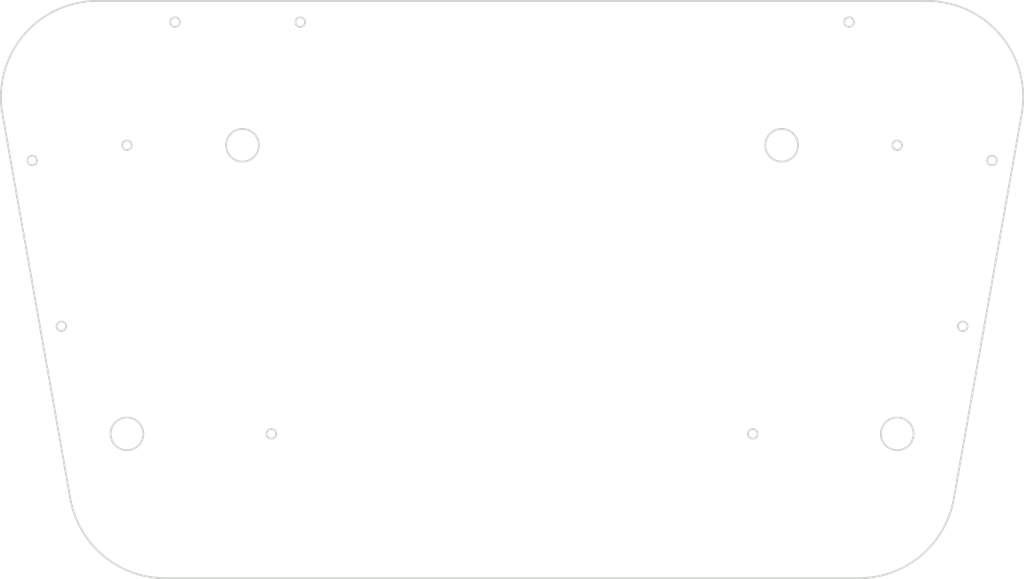
<source format=kicad_pcb>
(kicad_pcb (version 20221018) (generator pcbnew)

  (general
    (thickness 1.6062)
  )

  (paper "USLedger")
  (layers
    (0 "F.Cu" mixed "GND_1")
    (1 "In1.Cu" mixed "SIG.PWR_1")
    (2 "In2.Cu" mixed "GND_2")
    (31 "B.Cu" mixed "SIG.PWR_2")
    (32 "B.Adhes" user "B.Adhesive")
    (33 "F.Adhes" user "F.Adhesive")
    (34 "B.Paste" user)
    (35 "F.Paste" user)
    (36 "B.SilkS" user "B.Silkscreen")
    (37 "F.SilkS" user "F.Silkscreen")
    (38 "B.Mask" user)
    (39 "F.Mask" user)
    (40 "Dwgs.User" user "User.Drawings")
    (41 "Cmts.User" user "User.Comments")
    (42 "Eco1.User" user "User.Eco1")
    (43 "Eco2.User" user "User.Eco2")
    (44 "Edge.Cuts" user)
    (45 "Margin" user)
    (46 "B.CrtYd" user "B.Courtyard")
    (47 "F.CrtYd" user "F.Courtyard")
    (48 "B.Fab" user)
    (49 "F.Fab" user)
  )

  (setup
    (stackup
      (layer "F.SilkS" (type "Top Silk Screen") (color "White"))
      (layer "F.Paste" (type "Top Solder Paste"))
      (layer "F.Mask" (type "Top Solder Mask") (color "Black") (thickness 0.01))
      (layer "F.Cu" (type "copper") (thickness 0.035))
      (layer "dielectric 1" (type "prepreg") (thickness 0.2104) (material "FR4") (epsilon_r 4.6) (loss_tangent 0.02))
      (layer "In1.Cu" (type "copper") (thickness 0.0152))
      (layer "dielectric 2" (type "core") (thickness 1.065) (material "FR4") (epsilon_r 4.6) (loss_tangent 0.02))
      (layer "In2.Cu" (type "copper") (thickness 0.0152))
      (layer "dielectric 3" (type "prepreg") (thickness 0.2104) (material "FR4") (epsilon_r 4.6) (loss_tangent 0.02))
      (layer "B.Cu" (type "copper") (thickness 0.035))
      (layer "B.Mask" (type "Bottom Solder Mask") (color "Black") (thickness 0.01))
      (layer "B.Paste" (type "Bottom Solder Paste"))
      (layer "B.SilkS" (type "Bottom Silk Screen") (color "White"))
      (copper_finish "HAL lead-free")
      (dielectric_constraints yes)
    )
    (pad_to_mask_clearance 0.05)
    (aux_axis_origin 150 165)
    (pcbplotparams
      (layerselection 0x00010fc_ffffffff)
      (plot_on_all_layers_selection 0x0000000_00000000)
      (disableapertmacros false)
      (usegerberextensions false)
      (usegerberattributes false)
      (usegerberadvancedattributes false)
      (creategerberjobfile false)
      (dashed_line_dash_ratio 12.000000)
      (dashed_line_gap_ratio 3.000000)
      (svgprecision 6)
      (plotframeref false)
      (viasonmask false)
      (mode 1)
      (useauxorigin false)
      (hpglpennumber 1)
      (hpglpenspeed 20)
      (hpglpendiameter 15.000000)
      (dxfpolygonmode true)
      (dxfimperialunits true)
      (dxfusepcbnewfont true)
      (psnegative false)
      (psa4output false)
      (plotreference true)
      (plotvalue true)
      (plotinvisibletext false)
      (sketchpadsonfab false)
      (subtractmaskfromsilk false)
      (outputformat 1)
      (mirror false)
      (drillshape 1)
      (scaleselection 1)
      (outputdirectory "")
    )
  )

  (net 0 "")

  (gr_circle (center 243.552542 149.747918) (end 245.252542 149.747918)
    (stroke (width 0.2) (type solid)) (fill none) (layer "Edge.Cuts") (tstamp 06a93513-5c2d-4f19-9910-94fdc4506695))
  (gr_circle (center 243.552542 119.747918) (end 244.052542 119.747918)
    (stroke (width 0.2) (type solid)) (fill none) (layer "Edge.Cuts") (tstamp 0af6d0a0-60c9-440d-be8f-a38c91363a0f))
  (gr_line (start 150.622 116.4844) (end 157.67508 156.4844)
    (stroke (width 0.2) (type solid)) (layer "Edge.Cuts") (tstamp 332ef7c8-609e-4af9-8b91-be83cb9052ae))
  (gr_line (start 167.523157 164.747918) (end 239.581927 164.747918)
    (stroke (width 0.2) (type solid)) (layer "Edge.Cuts") (tstamp 3b7cec14-1ff7-4968-aba0-3d8d0c9ca8e8))
  (gr_line (start 246.635006 104.747918) (end 160.470078 104.747918)
    (stroke (width 0.2) (type solid)) (layer "Edge.Cuts") (tstamp 3c1adfdd-0e7d-40d1-9a5e-98811d5360f2))
  (gr_line (start 249.430004 156.4844) (end 256.483084 116.4844)
    (stroke (width 0.2) (type solid)) (layer "Edge.Cuts") (tstamp 3f603cf9-f474-4e69-b00c-d63e999e74c7))
  (gr_arc (start 249.430004 156.4844) (mid 246.009802 162.40836) (end 239.581927 164.747918)
    (stroke (width 0.2) (type solid)) (layer "Edge.Cuts") (tstamp 40d00ba6-96e5-41c1-a997-2aeae0d3d6b8))
  (gr_circle (center 250.355846 138.564393) (end 250.855846 138.564393)
    (stroke (width 0.2) (type solid)) (fill none) (layer "Edge.Cuts") (tstamp 532debba-8bd2-443c-821f-e6c98c4da8a3))
  (gr_circle (center 175.552542 119.747918) (end 177.252542 119.747918)
    (stroke (width 0.2) (type solid)) (fill none) (layer "Edge.Cuts") (tstamp 6a8f4e24-c887-4c7a-9bc3-43f86cf6635b))
  (gr_circle (center 163.552542 119.747918) (end 164.052542 119.747918)
    (stroke (width 0.2) (type solid)) (fill none) (layer "Edge.Cuts") (tstamp 6f814f5b-8f32-4362-b67b-62904d34f8a4))
  (gr_circle (center 178.552542 149.747918) (end 179.052542 149.747918)
    (stroke (width 0.2) (type solid)) (fill none) (layer "Edge.Cuts") (tstamp 74ea97c8-398d-4a32-9cfa-51f38de4f637))
  (gr_arc (start 167.523157 164.747918) (mid 161.095281 162.408363) (end 157.67508 156.4844)
    (stroke (width 0.2) (type solid)) (layer "Edge.Cuts") (tstamp 7b3b2165-f537-4660-b451-3facec5339a3))
  (gr_circle (center 163.552542 149.747918) (end 165.252542 149.747918)
    (stroke (width 0.2) (type solid)) (fill none) (layer "Edge.Cuts") (tstamp 80b35273-5a88-4adf-beb0-493f0b0f46a9))
  (gr_circle (center 253.39469 121.330258) (end 253.89469 121.330258)
    (stroke (width 0.2) (type solid)) (fill none) (layer "Edge.Cuts") (tstamp 80d830db-86cf-48d2-834d-773db19ecddf))
  (gr_circle (center 156.749238 138.564393) (end 157.249238 138.564393)
    (stroke (width 0.2) (type solid)) (fill none) (layer "Edge.Cuts") (tstamp 907981aa-669b-47f4-ac4f-201f8d2924b0))
  (gr_circle (center 238.552542 106.947918) (end 239.052542 106.947918)
    (stroke (width 0.2) (type solid)) (fill none) (layer "Edge.Cuts") (tstamp 907a463e-196d-4a69-af21-5e8fd8d49cac))
  (gr_circle (center 228.552542 149.747918) (end 229.052542 149.747918)
    (stroke (width 0.2) (type solid)) (fill none) (layer "Edge.Cuts") (tstamp a5252328-e91a-4176-8a4b-1682772ce13e))
  (gr_circle (center 168.552542 106.947918) (end 169.052542 106.947918)
    (stroke (width 0.2) (type solid)) (fill none) (layer "Edge.Cuts") (tstamp bbb19e62-2186-4101-816b-0ca344af46b6))
  (gr_circle (center 231.552542 119.747918) (end 233.252542 119.747918)
    (stroke (width 0.2) (type solid)) (fill none) (layer "Edge.Cuts") (tstamp cbb2500a-2768-42e7-ae51-c8863e48e778))
  (gr_circle (center 181.552542 106.947918) (end 182.052542 106.947918)
    (stroke (width 0.2) (type solid)) (fill none) (layer "Edge.Cuts") (tstamp d576d491-8bdb-497a-9db1-a50b6adb82d4))
  (gr_arc (start 246.635006 104.747918) (mid 254.295448 108.320043) (end 256.483084 116.4844)
    (stroke (width 0.2) (type solid)) (layer "Edge.Cuts") (tstamp e8794962-a7f3-4481-9fbe-8015526483cb))
  (gr_circle (center 153.710394 121.330258) (end 154.210394 121.330258)
    (stroke (width 0.2) (type solid)) (fill none) (layer "Edge.Cuts") (tstamp ee2d75fa-4c3b-4e5b-8b27-8907f83f9ed4))
  (gr_arc (start 150.622 116.4844) (mid 152.809633 108.320042) (end 160.470078 104.747918)
    (stroke (width 0.2) (type solid)) (layer "Edge.Cuts") (tstamp f805df3b-08a7-4cad-96ba-aaa81e44eb1e))

  (group "" (id c0c0bd61-b697-4f37-99b5-2bfccc9b946e)
    (members
      06a93513-5c2d-4f19-9910-94fdc4506695
      0af6d0a0-60c9-440d-be8f-a38c91363a0f
      332ef7c8-609e-4af9-8b91-be83cb9052ae
      3b7cec14-1ff7-4968-aba0-3d8d0c9ca8e8
      3c1adfdd-0e7d-40d1-9a5e-98811d5360f2
      3f603cf9-f474-4e69-b00c-d63e999e74c7
      40d00ba6-96e5-41c1-a997-2aeae0d3d6b8
      532debba-8bd2-443c-821f-e6c98c4da8a3
      6a8f4e24-c887-4c7a-9bc3-43f86cf6635b
      6f814f5b-8f32-4362-b67b-62904d34f8a4
      74ea97c8-398d-4a32-9cfa-51f38de4f637
      7b3b2165-f537-4660-b451-3facec5339a3
      80b35273-5a88-4adf-beb0-493f0b0f46a9
      80d830db-86cf-48d2-834d-773db19ecddf
      907981aa-669b-47f4-ac4f-201f8d2924b0
      907a463e-196d-4a69-af21-5e8fd8d49cac
      a5252328-e91a-4176-8a4b-1682772ce13e
      bbb19e62-2186-4101-816b-0ca344af46b6
      cbb2500a-2768-42e7-ae51-c8863e48e778
      d576d491-8bdb-497a-9db1-a50b6adb82d4
      e8794962-a7f3-4481-9fbe-8015526483cb
      ee2d75fa-4c3b-4e5b-8b27-8907f83f9ed4
      f805df3b-08a7-4cad-96ba-aaa81e44eb1e
    )
  )
)

</source>
